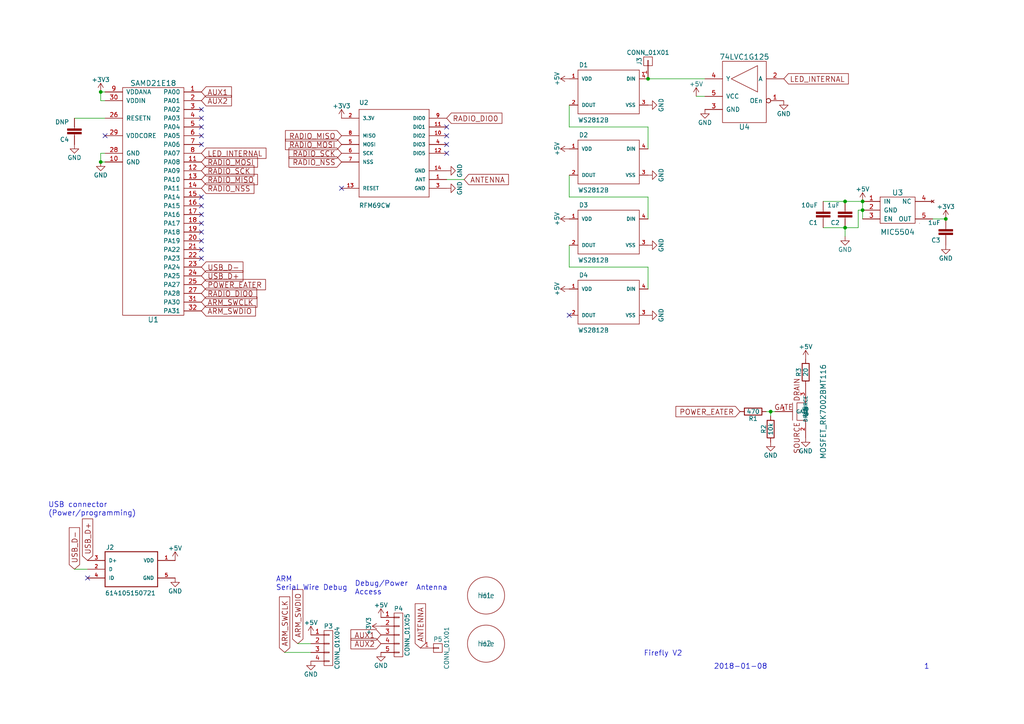
<source format=kicad_sch>
(kicad_sch (version 20230121) (generator eeschema)
  (paper "A4")
  (lib_symbols
    (symbol "10118194-0001LF_1" (pin_names (offset 1.016))
      (property "Reference" "J" (at -7.3914 5.6134 0))
      (property "Value" "10118194-0001LF" (at -7.6454 -7.6454 0))
      (symbol "10118194-0001LF_1_0_0"
        (polyline (pts (xy -7.62 -5.08) (xy 7.62 -5.08)) (stroke (width 0.254)))
        (polyline (pts (xy -7.62 5.08) (xy -7.62 -5.08)) (stroke (width 0.254)))
        (polyline (pts (xy 7.62 -5.08) (xy 7.62 5.08)) (stroke (width 0.254)))
        (polyline (pts (xy 7.62 5.08) (xy -7.62 5.08)) (stroke (width 0.254)))
        (pin power_out line (at 12.7 2.54 180) (length 5.08) (name "VDD") (number "1"))
        (pin bidirectional line (at -12.7 0 0) (length 5.08) (name "D") (number "2"))
        (pin bidirectional line (at -12.7 2.54 0) (length 5.08) (name "D+") (number "3"))
        (pin passive line (at -12.7 -2.54 0) (length 5.08) (name "ID") (number "4"))
        (pin power_out line (at 12.7 -2.54 180) (length 5.08) (name "GND") (number "5"))
      )
    )
    (symbol "10118194-0001LF_2" (pin_names (offset 1.016))
      (property "Reference" "J" (at -7.3914 5.6134 0))
      (property "Value" "10118194-0001LF" (at -7.6454 -7.6454 0))
      (symbol "10118194-0001LF_2_0_0"
        (polyline (pts (xy -7.62 -5.08) (xy 7.62 -5.08)) (stroke (width 0.254)))
        (polyline (pts (xy -7.62 5.08) (xy -7.62 -5.08)) (stroke (width 0.254)))
        (polyline (pts (xy 7.62 -5.08) (xy 7.62 5.08)) (stroke (width 0.254)))
        (polyline (pts (xy 7.62 5.08) (xy -7.62 5.08)) (stroke (width 0.254)))
        (pin power_out line (at 12.7 2.54 180) (length 5.08) (name "VDD") (number "1"))
        (pin bidirectional line (at -12.7 0 0) (length 5.08) (name "D") (number "2"))
        (pin bidirectional line (at -12.7 2.54 0) (length 5.08) (name "D+") (number "3"))
        (pin passive line (at -12.7 -2.54 0) (length 5.08) (name "ID") (number "4"))
        (pin power_out line (at 12.7 -2.54 180) (length 5.08) (name "GND") (number "5"))
      )
    )
    (symbol "firefly2-rescue:+3V3" (power) (pin_names (offset 0))
      (property "Value" "+3V3" (at 0 3.556 0))
      (symbol "+3V3_0_1"
        (polyline (pts (xy -0.762 1.27) (xy 0 2.54)))
        (polyline (pts (xy 0 0) (xy 0 2.54)))
        (polyline (pts (xy 0 2.54) (xy 0.762 1.27)))
      )
      (symbol "+3V3_1_1"
        (pin power_in line (at 0 0 90) (length 0) hide (name "+3V3") (number "1"))
      )
    )
    (symbol "firefly2-rescue:+5V" (power) (pin_names (offset 0))
      (property "Value" "+5V" (at 0 3.556 0))
      (symbol "+5V_0_1"
        (polyline (pts (xy -0.762 1.27) (xy 0 2.54)))
        (polyline (pts (xy 0 0) (xy 0 2.54)))
        (polyline (pts (xy 0 2.54) (xy 0.762 1.27)))
      )
      (symbol "+5V_1_1"
        (pin power_in line (at 0 0 90) (length 0) hide (name "+5V") (number "1"))
      )
    )
    (symbol "firefly2-rescue:74LVC1G125" (pin_names (offset 1.016))
      (property "Reference" "U" (at 1.27 -12.7 0))
      (property "Value" "74LVC1G125" (at 1.27 7.62 0))
      (symbol "74LVC1G125_0_1"
        (rectangle (start -5.08 6.35) (end 7.62 -11.43))
        (polyline (pts (xy -2.54 5.08) (xy -2.54 -2.54)))
        (polyline (pts (xy -2.54 -2.54) (xy 5.08 1.27) (xy -2.54 5.08)))
      )
      (symbol "74LVC1G125_1_1"
        (pin input inverted (at -10.16 -5.08 0) (length 5.08) (name "OEn") (number "1"))
        (pin input line (at -10.16 1.27 0) (length 5.08) (name "A") (number "2"))
        (pin power_in line (at 12.7 -7.62 180) (length 5.08) (name "GND") (number "3"))
        (pin output line (at 12.7 1.27 180) (length 5.08) (name "Y") (number "4"))
        (pin power_in line (at 12.7 -3.81 180) (length 5.08) (name "VCC") (number "5"))
      )
    )
    (symbol "firefly2-rescue:CAP0603-CAP" (pin_numbers hide) (pin_names (offset 1.016) hide)
      (property "Reference" "C" (at 1.524 2.921 0))
      (property "Value" "CAP0603-CAP" (at 1.524 -2.159 0))
      (symbol "CAP0603-CAP_1_0"
        (polyline (pts (xy 0 0) (xy 0 0.508)))
        (polyline (pts (xy 0 2.54) (xy 0 2.032)))
      )
      (symbol "CAP0603-CAP_1_1"
        (rectangle (start -2.032 0.508) (end 2.032 1.016) (fill (type outline)))
        (rectangle (start -2.032 1.524) (end 2.032 2.032) (fill (type outline)))
        (pin passive line (at 0 5.08 270) (length 2.54) (name "1") (number "1"))
        (pin passive line (at 0 -2.54 90) (length 2.54) (name "2") (number "2"))
      )
    )
    (symbol "firefly2-rescue:CONN_01X01" (pin_names (offset 1.016) hide)
      (property "Reference" "J" (at 0 2.54 0))
      (property "Value" "CONN_01X01" (at 2.54 0 90))
      (symbol "CONN_01X01_0_1"
        (rectangle (start -1.27 0.127) (end 0.254 -0.127))
        (rectangle (start -1.27 1.27) (end 1.27 -1.27))
      )
      (symbol "CONN_01X01_1_1"
        (pin passive line (at -5.08 0 0) (length 3.81) (name "P1") (number "1"))
      )
    )
    (symbol "firefly2-rescue:CONN_01X04" (pin_names (offset 1.016) hide)
      (property "Reference" "J" (at 0 6.35 0))
      (property "Value" "CONN_01X04" (at 2.54 0 90))
      (symbol "CONN_01X04_0_1"
        (rectangle (start -1.27 -3.683) (end 0.254 -3.937))
        (rectangle (start -1.27 -1.143) (end 0.254 -1.397))
        (rectangle (start -1.27 1.397) (end 0.254 1.143))
        (rectangle (start -1.27 3.937) (end 0.254 3.683))
        (rectangle (start -1.27 5.08) (end 1.27 -5.08))
      )
      (symbol "CONN_01X04_1_1"
        (pin passive line (at -5.08 3.81 0) (length 3.81) (name "P1") (number "1"))
        (pin passive line (at -5.08 1.27 0) (length 3.81) (name "P2") (number "2"))
        (pin passive line (at -5.08 -1.27 0) (length 3.81) (name "P3") (number "3"))
        (pin passive line (at -5.08 -3.81 0) (length 3.81) (name "P4") (number "4"))
      )
    )
    (symbol "firefly2-rescue:CONN_01X05" (pin_names (offset 1.016) hide)
      (property "Reference" "J" (at 0 7.62 0))
      (property "Value" "CONN_01X05" (at 2.54 0 90))
      (symbol "CONN_01X05_0_1"
        (rectangle (start -1.27 -4.953) (end 0.254 -5.207))
        (rectangle (start -1.27 -2.413) (end 0.254 -2.667))
        (rectangle (start -1.27 0.127) (end 0.254 -0.127))
        (rectangle (start -1.27 2.667) (end 0.254 2.413))
        (rectangle (start -1.27 5.207) (end 0.254 4.953))
        (rectangle (start -1.27 6.35) (end 1.27 -6.35))
      )
      (symbol "CONN_01X05_1_1"
        (pin passive line (at -5.08 5.08 0) (length 3.81) (name "P1") (number "1"))
        (pin passive line (at -5.08 2.54 0) (length 3.81) (name "P2") (number "2"))
        (pin passive line (at -5.08 0 0) (length 3.81) (name "P3") (number "3"))
        (pin passive line (at -5.08 -2.54 0) (length 3.81) (name "P4") (number "4"))
        (pin passive line (at -5.08 -5.08 0) (length 3.81) (name "P5") (number "5"))
      )
    )
    (symbol "firefly2-rescue:GND" (power) (pin_names (offset 0))
      (property "Value" "GND" (at 0 -3.81 0))
      (symbol "GND_0_1"
        (polyline (pts (xy 0 0) (xy 0 -1.27) (xy 1.27 -1.27) (xy 0 -2.54) (xy -1.27 -1.27) (xy 0 -1.27)))
      )
      (symbol "GND_1_1"
        (pin power_in line (at 0 0 270) (length 0) hide (name "GND") (number "1"))
      )
    )
    (symbol "firefly2-rescue:MIC5504" (pin_names (offset 1.016))
      (property "Reference" "U" (at 0 10.16 0))
      (property "Value" "MIC5504" (at 0 -1.27 0))
      (symbol "MIC5504_0_1"
        (rectangle (start -5.08 8.89) (end -5.08 8.89))
        (rectangle (start 5.08 1.27) (end -5.08 8.89))
        (rectangle (start 6.35 1.27) (end 6.35 1.27))
      )
      (symbol "MIC5504_1_1"
        (pin input line (at -10.16 7.62 0) (length 5.08) (name "IN") (number "1"))
        (pin input line (at -10.16 5.08 0) (length 5.08) (name "GND") (number "2"))
        (pin input line (at -10.16 2.54 0) (length 5.08) (name "EN") (number "3"))
        (pin no_connect line (at 10.16 7.62 180) (length 5.08) (name "NC") (number "4"))
        (pin output line (at 10.16 2.54 180) (length 5.08) (name "OUT") (number "5"))
      )
    )
    (symbol "firefly2-rescue:MOSFET_RK7002BMT116" (pin_names (offset 1.016))
      (property "Reference" "U" (at 0 2.54 0))
      (property "Value" "MOSFET_RK7002BMT116" (at 0 0 0))
      (symbol "MOSFET_RK7002BMT116_0_0"
        (text "DRAIN" (at 6.35 5.08 0) (effects (font (size 1.524 1.524))))
        (text "GATE" (at 1.27 8.89 900) (effects (font (size 1.524 1.524))))
        (text "SOURCE" (at -7.62 5.08 0) (effects (font (size 1.524 1.524))))
      )
      (symbol "MOSFET_RK7002BMT116_0_1"
        (polyline (pts (xy 2.54 6.35) (xy -2.54 6.35)))
        (polyline (pts (xy -2.54 2.54) (xy -2.54 5.08) (xy 2.54 5.08) (xy 2.54 2.54)))
      )
      (symbol "MOSFET_RK7002BMT116_1_1"
        (pin input line (at 0 11.43 270) (length 5.08) (name "GATE") (number "1"))
        (pin power_in line (at -7.62 2.54 0) (length 5.08) (name "SOURCE") (number "2"))
        (pin power_out line (at 7.62 2.54 180) (length 5.08) (name "DRAIN") (number "3"))
      )
    )
    (symbol "firefly2-rescue:R" (pin_numbers hide) (pin_names (offset 0))
      (property "Reference" "R" (at 2.032 0 90))
      (property "Value" "R" (at 0 0 90))
      (symbol "R_0_1"
        (rectangle (start -1.016 -2.54) (end 1.016 2.54) (stroke (width 0.254)))
      )
      (symbol "R_1_1"
        (pin passive line (at 0 3.81 270) (length 1.27) (name "~") (number "1"))
        (pin passive line (at 0 -3.81 90) (length 1.27) (name "~") (number "2"))
      )
    )
    (symbol "firefly2-rescue:RFM69CW" (pin_names (offset 1.016))
      (property "Reference" "U" (at -10.16 13.97 0))
      (property "Value" "RFM69CW" (at -10.16 -15.875 0))
      (symbol "RFM69CW_1_0"
        (polyline (pts (xy -10.16 -12.7) (xy 10.16 -12.7)))
        (polyline (pts (xy -10.16 12.7) (xy -10.16 -12.7)))
        (polyline (pts (xy 10.16 -12.7) (xy 10.16 12.7)))
        (polyline (pts (xy 10.16 12.7) (xy -10.16 12.7)))
      )
      (symbol "RFM69CW_1_1"
        (pin passive line (at 15.24 -7.62 180) (length 5.08) (name "ANT") (number "1"))
        (pin bidirectional line (at 15.24 5.08 180) (length 5.08) (name "DIO2") (number "10"))
        (pin bidirectional line (at 15.24 7.62 180) (length 5.08) (name "DIO1") (number "11"))
        (pin bidirectional line (at 15.24 0 180) (length 5.08) (name "DIO5") (number "12"))
        (pin input line (at -15.24 -10.16 0) (length 5.08) (name "RESET") (number "13"))
        (pin power_in line (at 15.24 -5.08 180) (length 5.08) (name "GND") (number "14"))
        (pin power_in line (at -15.24 10.16 0) (length 5.08) (name "3.3V") (number "2"))
        (pin power_in line (at 15.24 -10.16 180) (length 5.08) (name "GND") (number "3"))
        (pin bidirectional line (at 15.24 2.54 180) (length 5.08) (name "DIO3") (number "4"))
        (pin input line (at -15.24 2.54 0) (length 5.08) (name "MOSI") (number "5"))
        (pin input line (at -15.24 0 0) (length 5.08) (name "SCK") (number "6"))
        (pin input line (at -15.24 -2.54 0) (length 5.08) (name "NSS") (number "7"))
        (pin bidirectional line (at -15.24 5.08 0) (length 5.08) (name "MISO") (number "8"))
        (pin bidirectional line (at 15.24 10.16 180) (length 5.08) (name "DIO0") (number "9"))
      )
    )
    (symbol "firefly2-rescue:SAMD21E18" (pin_names (offset 1.016))
      (property "Reference" "U" (at -2.54 -36.83 0))
      (property "Value" "SAMD21E18" (at -2.54 31.75 0))
      (symbol "SAMD21E18_0_1"
        (rectangle (start -11.43 30.48) (end 6.35 -35.56))
      )
      (symbol "SAMD21E18_1_1"
        (pin bidirectional line (at 11.43 29.21 180) (length 5.08) (name "PA00") (number "1"))
        (pin power_in line (at -16.51 8.89 0) (length 5.08) (name "GND") (number "10"))
        (pin bidirectional line (at 11.43 8.89 180) (length 5.08) (name "PA08") (number "11"))
        (pin bidirectional line (at 11.43 6.35 180) (length 5.08) (name "PA09") (number "12"))
        (pin bidirectional line (at 11.43 3.81 180) (length 5.08) (name "PA10") (number "13"))
        (pin bidirectional line (at 11.43 1.27 180) (length 5.08) (name "PA11") (number "14"))
        (pin bidirectional line (at 11.43 -1.27 180) (length 5.08) (name "PA14") (number "15"))
        (pin bidirectional line (at 11.43 -3.81 180) (length 5.08) (name "PA15") (number "16"))
        (pin bidirectional line (at 11.43 -6.35 180) (length 5.08) (name "PA16") (number "17"))
        (pin bidirectional line (at 11.43 -8.89 180) (length 5.08) (name "PA17") (number "18"))
        (pin bidirectional line (at 11.43 -11.43 180) (length 5.08) (name "PA18") (number "19"))
        (pin bidirectional line (at 11.43 26.67 180) (length 5.08) (name "PA01") (number "2"))
        (pin bidirectional line (at 11.43 -13.97 180) (length 5.08) (name "PA19") (number "20"))
        (pin bidirectional line (at 11.43 -16.51 180) (length 5.08) (name "PA22") (number "21"))
        (pin bidirectional line (at 11.43 -19.05 180) (length 5.08) (name "PA23") (number "22"))
        (pin bidirectional line (at 11.43 -21.59 180) (length 5.08) (name "PA24") (number "23"))
        (pin bidirectional line (at 11.43 -24.13 180) (length 5.08) (name "PA25") (number "24"))
        (pin bidirectional line (at 11.43 -26.67 180) (length 5.08) (name "PA27") (number "25"))
        (pin input line (at -16.51 21.59 0) (length 5.08) (name "RESETN") (number "26"))
        (pin bidirectional line (at 11.43 -29.21 180) (length 5.08) (name "PA28") (number "27"))
        (pin power_in line (at -16.51 11.43 0) (length 5.08) (name "GND") (number "28"))
        (pin output line (at -16.51 16.51 0) (length 5.08) (name "VDDCORE") (number "29"))
        (pin bidirectional line (at 11.43 24.13 180) (length 5.08) (name "PA02") (number "3"))
        (pin power_in line (at -16.51 26.67 0) (length 5.08) (name "VDDIN") (number "30"))
        (pin bidirectional line (at 11.43 -31.75 180) (length 5.08) (name "PA30") (number "31"))
        (pin bidirectional line (at 11.43 -34.29 180) (length 5.08) (name "PA31") (number "32"))
        (pin bidirectional line (at 11.43 21.59 180) (length 5.08) (name "PA03") (number "4"))
        (pin bidirectional line (at 11.43 19.05 180) (length 5.08) (name "PA04") (number "5"))
        (pin bidirectional line (at 11.43 16.51 180) (length 5.08) (name "PA05") (number "6"))
        (pin bidirectional line (at 11.43 13.97 180) (length 5.08) (name "PA06") (number "7"))
        (pin bidirectional line (at 11.43 11.43 180) (length 5.08) (name "PA07") (number "8"))
        (pin power_in line (at -16.51 29.21 0) (length 5.08) (name "VDDANA") (number "9"))
      )
    )
    (symbol "firefly2-rescue:WS2812B" (pin_names (offset 1.016))
      (property "Reference" "D" (at -2.286 8.382 0))
      (property "Value" "WS2812B" (at -2.54 -7.62 0))
      (symbol "WS2812B_1_0"
        (polyline (pts (xy -2.54 -5.08) (xy 15.24 -5.08)))
        (polyline (pts (xy -2.54 7.62) (xy -2.54 -5.08)))
        (polyline (pts (xy 15.24 -5.08) (xy 15.24 7.62)))
        (polyline (pts (xy 15.24 7.62) (xy -2.54 7.62)))
      )
      (symbol "WS2812B_1_1"
        (pin power_in line (at -5.08 5.08 0) (length 2.54) (name "VDD") (number "1"))
        (pin output line (at -5.08 -2.54 0) (length 2.54) (name "DOUT") (number "2"))
        (pin power_in line (at 17.78 -2.54 180) (length 2.54) (name "VSS") (number "3"))
        (pin input line (at 17.78 5.08 180) (length 2.54) (name "DIN") (number "4"))
      )
    )
    (symbol "firefly2-rescue:hole" (pin_names (offset 1.016))
      (property "Reference" "H" (at 0 0 0))
      (property "Value" "hole" (at 0 0 0))
      (symbol "hole_0_1"
        (circle (center 0 0) (radius 5.3848))
      )
    )
  )
  (junction (at 250.19 60.96))
  (junction (at 187.96 22.86))
  (junction (at 245.11 66.04))
  (junction (at 223.52 119.38))
  (junction (at 29.21 26.67))
  (junction (at 274.32 63.5))
  (junction (at 29.21 46.99))
  (junction (at 250.19 58.42))
  (junction (at 245.11 58.42))
  (no_connect (at 129.54 36.83))
  (no_connect (at 58.42 62.23))
  (no_connect (at 129.54 41.91))
  (no_connect (at 58.42 74.93))
  (no_connect (at 30.48 39.37))
  (no_connect (at 129.54 39.37))
  (no_connect (at 58.42 39.37))
  (no_connect (at 58.42 57.15))
  (no_connect (at 58.42 36.83))
  (no_connect (at 165.1 91.44))
  (no_connect (at 58.42 64.77))
  (no_connect (at 58.42 34.29))
  (no_connect (at 58.42 59.69))
  (no_connect (at 58.42 69.85))
  (no_connect (at 58.42 72.39))
  (no_connect (at 25.4 167.64))
  (no_connect (at 58.42 41.91))
  (no_connect (at 129.54 44.45))
  (no_connect (at 58.42 67.31))
  (no_connect (at 99.06 54.61))
  (no_connect (at 58.42 31.75))
  (wire (pts (xy 238.76 58.42) (xy 245.11 58.42)))
  (wire (pts (xy 250.19 58.42) (xy 250.19 60.96)))
  (wire (pts (xy 274.32 63.5) (xy 270.51 63.5)))
  (wire (pts (xy 223.52 119.38) (xy 222.25 119.38)))
  (wire (pts (xy 86.36 186.69) (xy 90.17 186.69)))
  (wire (pts (xy 238.76 66.04) (xy 245.11 66.04)))
  (wire (pts (xy 134.62 52.07) (xy 129.54 52.07)))
  (wire (pts (xy 248.92 60.96) (xy 250.19 60.96)))
  (wire (pts (xy 165.1 77.47) (xy 187.96 77.47)))
  (wire (pts (xy 245.11 68.58) (xy 245.11 66.04)))
  (wire (pts (xy 245.11 58.42) (xy 250.19 58.42)))
  (wire (pts (xy 187.96 77.47) (xy 187.96 83.82)))
  (wire (pts (xy 90.17 189.23) (xy 82.55 189.23)))
  (wire (pts (xy 29.21 29.21) (xy 30.48 29.21)))
  (wire (pts (xy 223.52 120.65) (xy 223.52 119.38)))
  (wire (pts (xy 165.1 71.12) (xy 165.1 77.47)))
  (wire (pts (xy 30.48 46.99) (xy 29.21 46.99)))
  (wire (pts (xy 165.1 36.83) (xy 187.96 36.83)))
  (wire (pts (xy 224.79 119.38) (xy 223.52 119.38)))
  (wire (pts (xy 165.1 50.8) (xy 165.1 57.15)))
  (wire (pts (xy 187.96 22.86) (xy 204.47 22.86)))
  (wire (pts (xy 201.93 27.94) (xy 204.47 27.94)))
  (wire (pts (xy 29.21 26.67) (xy 30.48 26.67)))
  (wire (pts (xy 165.1 30.48) (xy 165.1 36.83)))
  (wire (pts (xy 187.96 36.83) (xy 187.96 43.18)))
  (wire (pts (xy 30.48 34.29) (xy 21.59 34.29)))
  (wire (pts (xy 29.21 46.99) (xy 29.21 44.45)))
  (wire (pts (xy 250.19 60.96) (xy 250.19 63.5)))
  (wire (pts (xy 29.21 26.67) (xy 29.21 29.21)))
  (wire (pts (xy 29.21 44.45) (xy 30.48 44.45)))
  (wire (pts (xy 187.96 57.15) (xy 187.96 63.5)))
  (wire (pts (xy 248.92 66.04) (xy 248.92 60.96)))
  (wire (pts (xy 245.11 66.04) (xy 248.92 66.04)))
  (wire (pts (xy 21.59 165.1) (xy 25.4 165.1)))
  (wire (pts (xy 165.1 57.15) (xy 187.96 57.15)))
  (text "USB connector\n(Power/programming)" (at 13.97 149.86 0) (effects (font (size 1.524 1.524)) (justify left bottom)))
  (text "Debug/Power\nAccess" (at 102.87 172.72 0) (effects (font (size 1.524 1.524)) (justify left bottom)))
  (text "ARM\nSerial Wire Debug" (at 80.01 171.45 0) (effects (font (size 1.524 1.524)) (justify left bottom)))
  (text "2018-01-08" (at 207.01 194.31 0) (effects (font (size 1.524 1.524)) (justify left bottom)))
  (text "Antenna" (at 120.65 171.45 0) (effects (font (size 1.524 1.524)) (justify left bottom)))
  (text "Firefly V2" (at 186.69 190.5 0) (effects (font (size 1.524 1.524)) (justify left bottom)))
  (text "1	" (at 267.97 194.31 0) (effects (font (size 1.524 1.524)) (justify left bottom)))
  (global_label "ARM_SWDIO" (shape input) (at 58.42 90.17 0) (effects (font (size 1.524 1.524))) (property "Intersheetrefs" "${INTERSHEET_REFS}" (effects hide)))
  (global_label "AUX1" (shape input) (at 58.42 26.67 0) (effects (font (size 1.524 1.524))) (property "Intersheetrefs" "${INTERSHEET_REFS}" (effects hide)))
  (global_label "RADIO_MISO" (shape input) (at 58.42 52.07 0) (effects (font (size 1.524 1.524))) (property "Intersheetrefs" "${INTERSHEET_REFS}" (effects hide)))
  (global_label "RADIO_MOSI" (shape input) (at 99.06 41.91 180) (effects (font (size 1.524 1.524))) (property "Intersheetrefs" "${INTERSHEET_REFS}" (effects hide)))
  (global_label "LED_INTERNAL" (shape input) (at 227.33 22.86 0) (effects (font (size 1.524 1.524))) (property "Intersheetrefs" "${INTERSHEET_REFS}" (effects hide)))
  (global_label "AUX1" (shape input) (at 110.49 184.15 180) (effects (font (size 1.524 1.524))) (property "Intersheetrefs" "${INTERSHEET_REFS}" (effects hide)))
  (global_label "RADIO_DIO0" (shape input) (at 58.42 85.09 0) (effects (font (size 1.524 1.524))) (property "Intersheetrefs" "${INTERSHEET_REFS}" (effects hide)))
  (global_label "USB_D-" (shape input) (at 21.59 165.1 90) (effects (font (size 1.524 1.524))) (property "Intersheetrefs" "${INTERSHEET_REFS}" (effects hide)))
  (global_label "USB_D+" (shape input) (at 25.4 162.56 90) (effects (font (size 1.524 1.524))) (property "Intersheetrefs" "${INTERSHEET_REFS}" (effects hide)))
  (global_label "RADIO_MOSI" (shape input) (at 58.42 46.99 0) (effects (font (size 1.524 1.524))) (property "Intersheetrefs" "${INTERSHEET_REFS}" (effects hide)))
  (global_label "RADIO_DIO0" (shape input) (at 129.54 34.29 0) (effects (font (size 1.524 1.524))) (property "Intersheetrefs" "${INTERSHEET_REFS}" (effects hide)))
  (global_label "AUX2" (shape input) (at 58.42 29.21 0) (effects (font (size 1.524 1.524))) (property "Intersheetrefs" "${INTERSHEET_REFS}" (effects hide)))
  (global_label "POWER_EATER" (shape input) (at 58.42 82.55 0) (effects (font (size 1.524 1.524))) (property "Intersheetrefs" "${INTERSHEET_REFS}" (effects hide)))
  (global_label "RADIO_NSS" (shape input) (at 99.06 46.99 180) (effects (font (size 1.524 1.524))) (property "Intersheetrefs" "${INTERSHEET_REFS}" (effects hide)))
  (global_label "ARM_SWCLK" (shape input) (at 58.42 87.63 0) (effects (font (size 1.524 1.524))) (property "Intersheetrefs" "${INTERSHEET_REFS}" (effects hide)))
  (global_label "POWER_EATER" (shape input) (at 214.63 119.38 180) (effects (font (size 1.524 1.524))) (property "Intersheetrefs" "${INTERSHEET_REFS}" (effects hide)))
  (global_label "LED_INTERNAL" (shape input) (at 58.42 44.45 0) (effects (font (size 1.524 1.524))) (property "Intersheetrefs" "${INTERSHEET_REFS}" (effects hide)))
  (global_label "USB_D-" (shape input) (at 58.42 77.47 0) (effects (font (size 1.524 1.524))) (property "Intersheetrefs" "${INTERSHEET_REFS}" (effects hide)))
  (global_label "ARM_SWDIO" (shape input) (at 86.36 186.69 90) (effects (font (size 1.524 1.524))) (property "Intersheetrefs" "${INTERSHEET_REFS}" (effects hide)))
  (global_label "ANTENNA" (shape input) (at 121.92 187.96 90) (effects (font (size 1.524 1.524))) (property "Intersheetrefs" "${INTERSHEET_REFS}" (effects hide)))
  (global_label "RADIO_SCK" (shape input) (at 58.42 49.53 0) (effects (font (size 1.524 1.524))) (property "Intersheetrefs" "${INTERSHEET_REFS}" (effects hide)))
  (global_label "ARM_SWCLK" (shape input) (at 82.55 189.23 90) (effects (font (size 1.524 1.524))) (property "Intersheetrefs" "${INTERSHEET_REFS}" (effects hide)))
  (global_label "RADIO_NSS" (shape input) (at 58.42 54.61 0) (effects (font (size 1.524 1.524))) (property "Intersheetrefs" "${INTERSHEET_REFS}" (effects hide)))
  (global_label "RADIO_SCK" (shape input) (at 99.06 44.45 180) (effects (font (size 1.524 1.524))) (property "Intersheetrefs" "${INTERSHEET_REFS}" (effects hide)))
  (global_label "RADIO_MISO" (shape input) (at 99.06 39.37 180) (effects (font (size 1.524 1.524))) (property "Intersheetrefs" "${INTERSHEET_REFS}" (effects hide)))
  (global_label "AUX2" (shape input) (at 110.49 186.69 180) (effects (font (size 1.524 1.524))) (property "Intersheetrefs" "${INTERSHEET_REFS}" (effects hide)))
  (global_label "USB_D+" (shape input) (at 58.42 80.01 0) (effects (font (size 1.524 1.524))) (property "Intersheetrefs" "${INTERSHEET_REFS}" (effects hide)))
  (global_label "ANTENNA" (shape input) (at 134.62 52.07 0) (effects (font (size 1.524 1.524))) (property "Intersheetrefs" "${INTERSHEET_REFS}" (effects hide)))
  (symbol (lib_id "firefly2-rescue:+3V3") (at 29.21 26.67 0) (unit 1)
    (property "Reference" "#PWR01" (effects hide))
    (property "Value" "+3V3" (at 29.21 23.114 0))
  )
  (symbol (lib_id "firefly2-rescue:CONN_01X04") (at 95.25 187.96 0) (unit 1)
    (property "Reference" "P3" (at 95.25 181.61 0))
    (property "Value" "CONN_01X04" (at 97.79 187.96 90))
    (property "Footprint" "Pin_Headers:Pin_Header_Straight_1x04_Pitch2.54mm" (effects hide))
  )
  (symbol (lib_id "firefly2-rescue:GND") (at 90.17 191.77 0) (unit 1)
    (property "Reference" "#PWR02" (effects hide))
    (property "Value" "GND" (at 90.17 195.58 0))
  )
  (symbol (lib_id "firefly2-rescue:RFM69CW") (at 114.3 44.45 0) (unit 1)
    (property "Reference" "U2" (at 104.14 30.48 0) (effects (justify left bottom)))
    (property "Value" "RFM69CW" (at 104.14 60.325 0) (effects (justify left bottom)))
    (property "Footprint" "homebrew:RFM69CW" (effects hide))
  )
  (symbol (lib_id "firefly2-rescue:GND") (at 129.54 49.53 90) (unit 1)
    (property "Reference" "#PWR07" (effects hide))
    (property "Value" "GND" (at 133.35 49.53 0))
  )
  (symbol (lib_id "firefly2-rescue:GND") (at 110.49 189.23 0) (unit 1)
    (property "Reference" "#PWR03" (effects hide))
    (property "Value" "GND" (at 110.49 193.04 0))
  )
  (symbol (lib_id "firefly2-rescue:GND") (at 129.54 54.61 90) (unit 1)
    (property "Reference" "#PWR08" (effects hide))
    (property "Value" "GND" (at 133.35 54.61 0))
  )
  (symbol (lib_id "firefly2-rescue:+3V3") (at 110.49 181.61 90) (unit 1)
    (property "Reference" "#PWR04" (effects hide))
    (property "Value" "+3V3" (at 106.934 181.61 0))
  )
  (symbol (lib_id "firefly2-rescue:+5V") (at 110.49 179.07 0) (unit 1)
    (property "Reference" "#PWR05" (effects hide))
    (property "Value" "+5V" (at 110.49 175.514 0))
  )
  (symbol (lib_id "firefly2-rescue:CONN_01X01") (at 127 187.96 0) (unit 1)
    (property "Reference" "P5" (at 127 185.42 0))
    (property "Value" "CONN_01X01" (at 129.54 187.96 90))
    (property "Footprint" "SparkFun-Connectors:1X01" (effects hide))
  )
  (symbol (lib_id "firefly2-rescue:GND") (at 29.21 46.99 0) (unit 1)
    (property "Reference" "#PWR06" (effects hide))
    (property "Value" "GND" (at 29.21 50.8 0))
  )
  (symbol (lib_id "firefly2-rescue:CONN_01X05") (at 115.57 184.15 0) (unit 1)
    (property "Reference" "P4" (at 115.57 176.53 0))
    (property "Value" "CONN_01X05" (at 118.11 184.15 90))
    (property "Footprint" "SparkFun-Connectors:1X05" (effects hide))
  )
  (symbol (lib_id "firefly2-rescue:WS2812B") (at 170.18 27.94 0) (unit 1)
    (property "Reference" "D1" (at 167.894 19.558 0) (effects (justify left bottom)))
    (property "Value" "WS2812B" (at 167.64 35.56 0) (effects (justify left bottom)))
    (property "Footprint" "homebrew:WS2812B" (effects hide))
  )
  (symbol (lib_id "firefly2-rescue:WS2812B") (at 170.18 48.26 0) (unit 1)
    (property "Reference" "D2" (at 167.894 39.878 0) (effects (justify left bottom)))
    (property "Value" "WS2812B" (at 167.64 55.88 0) (effects (justify left bottom)))
    (property "Footprint" "homebrew:WS2812B" (effects hide))
  )
  (symbol (lib_id "firefly2-rescue:WS2812B") (at 170.18 68.58 0) (unit 1)
    (property "Reference" "D3" (at 167.894 60.198 0) (effects (justify left bottom)))
    (property "Value" "WS2812B" (at 167.64 76.2 0) (effects (justify left bottom)))
    (property "Footprint" "homebrew:WS2812B" (effects hide))
  )
  (symbol (lib_id "firefly2-rescue:WS2812B") (at 170.18 88.9 0) (unit 1)
    (property "Reference" "D4" (at 167.894 80.518 0) (effects (justify left bottom)))
    (property "Value" "WS2812B" (at 167.64 96.52 0) (effects (justify left bottom)))
    (property "Footprint" "homebrew:WS2812B" (effects hide))
  )
  (symbol (lib_id "firefly2-rescue:+5V") (at 165.1 22.86 90) (unit 1)
    (property "Reference" "#PWR09" (effects hide))
    (property "Value" "+5V" (at 161.544 22.86 0))
  )
  (symbol (lib_id "firefly2-rescue:+5V") (at 165.1 43.18 90) (unit 1)
    (property "Reference" "#PWR010" (effects hide))
    (property "Value" "+5V" (at 161.544 43.18 0))
  )
  (symbol (lib_id "firefly2-rescue:+5V") (at 165.1 63.5 90) (unit 1)
    (property "Reference" "#PWR011" (effects hide))
    (property "Value" "+5V" (at 161.544 63.5 0))
  )
  (symbol (lib_id "firefly2-rescue:+5V") (at 165.1 83.82 90) (unit 1)
    (property "Reference" "#PWR012" (effects hide))
    (property "Value" "+5V" (at 161.544 83.82 0))
  )
  (symbol (lib_id "firefly2-rescue:GND") (at 187.96 30.48 90) (unit 1)
    (property "Reference" "#PWR013" (effects hide))
    (property "Value" "GND" (at 191.77 30.48 0))
  )
  (symbol (lib_id "firefly2-rescue:GND") (at 187.96 50.8 90) (unit 1)
    (property "Reference" "#PWR014" (effects hide))
    (property "Value" "GND" (at 191.77 50.8 0))
  )
  (symbol (lib_id "firefly2-rescue:GND") (at 187.96 71.12 90) (unit 1)
    (property "Reference" "#PWR015" (effects hide))
    (property "Value" "GND" (at 191.77 71.12 0))
  )
  (symbol (lib_id "firefly2-rescue:GND") (at 187.96 91.44 90) (unit 1)
    (property "Reference" "#PWR016" (effects hide))
    (property "Value" "GND" (at 191.77 91.44 0))
  )
  (symbol (lib_id "firefly2-rescue:MIC5504") (at 260.35 66.04 0) (unit 1)
    (property "Reference" "U3" (at 260.35 55.88 0) (effects (font (size 1.524 1.524))))
    (property "Value" "MIC5504" (at 260.35 67.31 0) (effects (font (size 1.524 1.524))))
    (property "Footprint" "TO_SOT_Packages_SMD:SOT-23-5" (effects hide))
  )
  (symbol (lib_id "firefly2-rescue:GND") (at 245.11 68.58 0) (unit 1)
    (property "Reference" "#PWR017" (effects hide))
    (property "Value" "GND" (at 245.11 72.39 0))
  )
  (symbol (lib_id "firefly2-rescue:+5V") (at 250.19 58.42 0) (unit 1)
    (property "Reference" "#PWR018" (effects hide))
    (property "Value" "+5V" (at 250.19 54.864 0))
  )
  (symbol (lib_id "firefly2-rescue:+3V3") (at 274.32 63.5 0) (unit 1)
    (property "Reference" "#PWR019" (effects hide))
    (property "Value" "+3V3" (at 274.32 59.944 0))
  )
  (symbol (lib_id "firefly2-rescue:CAP0603-CAP") (at 245.11 60.96 180) (unit 1)
    (property "Reference" "C2" (at 243.586 63.881 0) (effects (justify left bottom)))
    (property "Value" "1uF" (at 243.586 58.801 0) (effects (justify left bottom)))
    (property "Footprint" "SparkFun-Capacitors:0603" (effects hide))
  )
  (symbol (lib_id "firefly2-rescue:CAP0603-CAP") (at 274.32 66.04 180) (unit 1)
    (property "Reference" "C3" (at 272.796 68.961 0) (effects (justify left bottom)))
    (property "Value" "1uF" (at 272.796 63.881 0) (effects (justify left bottom)))
    (property "Footprint" "SparkFun-Capacitors:0603" (effects hide))
  )
  (symbol (lib_id "firefly2-rescue:GND") (at 274.32 71.12 0) (unit 1)
    (property "Reference" "#PWR020" (effects hide))
    (property "Value" "GND" (at 274.32 74.93 0))
  )
  (symbol (lib_id "firefly2-rescue:CAP0603-CAP") (at 238.76 60.96 180) (unit 1)
    (property "Reference" "C1" (at 237.236 63.881 0) (effects (justify left bottom)))
    (property "Value" "10uF" (at 237.236 58.801 0) (effects (justify left bottom)))
    (property "Footprint" "SparkFun-Capacitors:0805" (effects hide))
  )
  (symbol (lib_id "firefly2-rescue:+3V3") (at 99.06 34.29 0) (unit 1)
    (property "Reference" "#PWR021" (effects hide))
    (property "Value" "+3V3" (at 99.06 30.734 0))
  )
  (symbol (lib_id "firefly2-rescue:hole") (at 140.97 172.72 0) (unit 1)
    (property "Reference" "H1" (at 140.97 172.72 0) (effects (font (size 1.524 1.524))))
    (property "Value" "hole" (at 140.97 172.72 0) (effects (font (size 1.524 1.524))))
    (property "Footprint" "homebrew:hole-m2.5" (effects hide))
  )
  (symbol (lib_id "firefly2-rescue:hole") (at 140.97 186.69 0) (unit 1)
    (property "Reference" "H2" (at 140.97 186.69 0) (effects (font (size 1.524 1.524))))
    (property "Value" "hole" (at 140.97 186.69 0) (effects (font (size 1.524 1.524))))
    (property "Footprint" "homebrew:hole-m2.5" (effects hide))
  )
  (symbol (lib_id "firefly2-rescue:CONN_01X01") (at 187.96 17.78 90) (unit 1)
    (property "Reference" "J3" (at 185.42 17.78 0))
    (property "Value" "CONN_01X01" (at 187.96 15.24 90))
    (property "Footprint" "Pin_Headers:Pin_Header_Straight_1x01_Pitch1.27mm" (effects hide))
  )
  (symbol (lib_id "firefly2-rescue:+5V") (at 50.8 162.56 0) (unit 1)
    (property "Reference" "#PWR022" (effects hide))
    (property "Value" "+5V" (at 50.8 159.004 0))
  )
  (symbol (lib_id "firefly2-rescue:GND") (at 50.8 167.64 0) (unit 1)
    (property "Reference" "#PWR023" (effects hide))
    (property "Value" "GND" (at 50.8 171.45 0))
  )
  (symbol (lib_name "10118194-0001LF_2") (lib_id "firefly2-rescue:10118194-0001LF") (at 38.1 165.1 0) (unit 1)
    (property "Reference" "J2" (at 30.7086 159.4866 0) (effects (justify left bottom)))
    (property "Value" "614105150721" (at 30.4546 172.7454 0) (effects (justify left bottom)))
    (property "Footprint" "Connector_USB:USB_Micro-B_Wuerth-614105150721_Vertical" (effects hide))
    (property "Datasheet" "Amphenol" (effects hide))
    (property "Field4" "0.25 USD" (effects hide))
    (property "Field5" "DIP-4 FCI" (effects hide))
    (property "Field6" "Good" (effects hide))
    (property "Field7" "10118194-0001LF" (effects hide))
    (property "Field8" "CONN USB MICRO B RECPT SMT R/A" (effects hide))
  )
  (symbol (lib_id "firefly2-rescue:SAMD21E18") (at 46.99 55.88 0) (unit 1)
    (property "Reference" "U1" (at 44.45 92.71 0) (effects (font (size 1.524 1.524))))
    (property "Value" "SAMD21E18" (at 44.45 24.13 0) (effects (font (size 1.524 1.524))))
    (property "Footprint" "homebrew:TQFP32-08" (effects hide))
  )
  (symbol (lib_id "firefly2-rescue:+5V") (at 90.17 184.15 0) (unit 1)
    (property "Reference" "#PWR024" (effects hide))
    (property "Value" "+5V" (at 90.17 180.594 0))
  )
  (symbol (lib_id "firefly2-rescue:74LVC1G125") (at 217.17 24.13 0) (mirror y) (unit 1)
    (property "Reference" "U4" (at 215.9 36.83 0) (effects (font (size 1.524 1.524))))
    (property "Value" "74LVC1G125" (at 215.9 16.51 0) (effects (font (size 1.524 1.524))))
    (property "Footprint" "TO_SOT_Packages_SMD:SOT-353_SC-70-5" (effects hide))
  )
  (symbol (lib_id "firefly2-rescue:GND") (at 204.47 31.75 0) (unit 1)
    (property "Reference" "#PWR025" (effects hide))
    (property "Value" "GND" (at 204.47 35.56 0))
  )
  (symbol (lib_id "firefly2-rescue:GND") (at 227.33 29.21 0) (unit 1)
    (property "Reference" "#PWR026" (effects hide))
    (property "Value" "GND" (at 227.33 33.02 0))
  )
  (symbol (lib_id "firefly2-rescue:+5V") (at 201.93 27.94 0) (unit 1)
    (property "Reference" "#PWR027" (effects hide))
    (property "Value" "+5V" (at 201.93 24.384 0))
  )
  (symbol (lib_id "firefly2-rescue:CAP0603-CAP") (at 21.59 36.83 180) (unit 1)
    (property "Reference" "C4" (at 20.066 39.751 0) (effects (justify left bottom)))
    (property "Value" "DNP" (at 20.066 34.671 0) (effects (justify left bottom)))
    (property "Footprint" "SparkFun-Capacitors:0603" (effects hide))
  )
  (symbol (lib_id "firefly2-rescue:GND") (at 21.59 41.91 0) (unit 1)
    (property "Reference" "#PWR028" (effects hide))
    (property "Value" "GND" (at 21.59 45.72 0))
  )
  (symbol (lib_id "firefly2-rescue:GND") (at 233.68 127 0) (unit 1)
    (property "Reference" "#PWR029" (effects hide))
    (property "Value" "GND" (at 233.68 130.81 0))
  )
  (symbol (lib_id "firefly2-rescue:R") (at 218.44 119.38 270) (unit 1)
    (property "Reference" "R1" (at 218.44 121.412 90))
    (property "Value" "470" (at 218.44 119.38 90))
    (property "Footprint" "Resistors_SMD:R_0603" (effects hide))
  )
  (symbol (lib_id "firefly2-rescue:R") (at 223.52 124.46 180) (unit 1)
    (property "Reference" "R2" (at 221.488 124.46 90))
    (property "Value" "10k" (at 223.52 124.46 90))
    (property "Footprint" "Resistors_SMD:R_0603" (effects hide))
  )
  (symbol (lib_id "firefly2-rescue:GND") (at 223.52 128.27 0) (unit 1)
    (property "Reference" "#PWR030" (effects hide))
    (property "Value" "GND" (at 223.52 132.08 0))
  )
  (symbol (lib_id "firefly2-rescue:+5V") (at 233.68 104.14 0) (unit 1)
    (property "Reference" "#PWR031" (effects hide))
    (property "Value" "+5V" (at 233.68 100.584 0))
  )
  (symbol (lib_id "firefly2-rescue:R") (at 233.68 107.95 180) (unit 1)
    (property "Reference" "R3" (at 231.648 107.95 90))
    (property "Value" "20" (at 233.68 107.95 90))
    (property "Footprint" "Resistors_SMD:R_0805" (effects hide))
  )
  (symbol (lib_id "firefly2-rescue:MOSFET_RK7002BMT116") (at 236.22 119.38 90) (unit 1)
    (property "Reference" "U5" (at 233.68 119.38 0) (effects (font (size 1.524 1.524))))
    (property "Value" "MOSFET_RK7002BMT116" (at 238.76 119.38 0) (effects (font (size 1.524 1.524))))
    (property "Footprint" "TO_SOT_Packages_SMD:SOT-23" (effects hide))
  )
)
</source>
